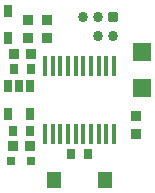
<source format=gts>
%TF.GenerationSoftware,KiCad,Pcbnew,9.0.0*%
%TF.CreationDate,2025-03-31T12:13:49+01:00*%
%TF.ProjectId,vm_light_sensor_0.2,766d5f6c-6967-4687-945f-73656e736f72,v0.2*%
%TF.SameCoordinates,PX510ff40PY47868c0*%
%TF.FileFunction,Soldermask,Top*%
%TF.FilePolarity,Negative*%
%FSLAX45Y45*%
G04 Gerber Fmt 4.5, Leading zero omitted, Abs format (unit mm)*
G04 Created by KiCad (PCBNEW 9.0.0) date 2025-03-31 12:13:49*
%MOMM*%
%LPD*%
G01*
G04 APERTURE LIST*
G04 Aperture macros list*
%AMRoundRect*
0 Rectangle with rounded corners*
0 $1 Rounding radius*
0 $2 $3 $4 $5 $6 $7 $8 $9 X,Y pos of 4 corners*
0 Add a 4 corners polygon primitive as box body*
4,1,4,$2,$3,$4,$5,$6,$7,$8,$9,$2,$3,0*
0 Add four circle primitives for the rounded corners*
1,1,$1+$1,$2,$3*
1,1,$1+$1,$4,$5*
1,1,$1+$1,$6,$7*
1,1,$1+$1,$8,$9*
0 Add four rect primitives between the rounded corners*
20,1,$1+$1,$2,$3,$4,$5,0*
20,1,$1+$1,$4,$5,$6,$7,0*
20,1,$1+$1,$6,$7,$8,$9,0*
20,1,$1+$1,$8,$9,$2,$3,0*%
G04 Aperture macros list end*
%ADD10RoundRect,0.172720X-0.259080X-0.259080X0.259080X-0.259080X0.259080X0.259080X-0.259080X0.259080X0*%
%ADD11C,0.863600*%
%ADD12R,0.860000X0.810000*%
%ADD13R,0.700000X1.000000*%
%ADD14R,0.800000X0.800000*%
%ADD15R,0.800000X0.900000*%
%ADD16O,0.360000X1.740000*%
%ADD17R,1.230000X1.360000*%
%ADD18R,1.620000X1.490000*%
%ADD19R,0.810000X0.860000*%
%ADD20R,0.750000X1.000000*%
G04 APERTURE END LIST*
D10*
%TO.C,J1*%
X287500Y700000D03*
D11*
X287500Y542520D03*
X160500Y700000D03*
X160500Y542520D03*
X33500Y700000D03*
%TD*%
D12*
%TO.C,R7*%
X-270000Y525000D03*
X-270000Y675000D03*
%TD*%
D13*
%TO.C,U2*%
X-415000Y120000D03*
X-510000Y120000D03*
X-605000Y120000D03*
X-605000Y-120000D03*
X-415000Y-120000D03*
%TD*%
D14*
%TO.C,D1*%
X-405000Y-520000D03*
X-575000Y-520000D03*
%TD*%
D12*
%TO.C,R6*%
X-430000Y525000D03*
X-430000Y675000D03*
%TD*%
D15*
%TO.C,C3*%
X-420000Y-260000D03*
X-560000Y-260000D03*
%TD*%
D16*
%TO.C,U1*%
X-291000Y-287000D03*
X-226000Y-287000D03*
X-161000Y-287000D03*
X-96000Y-287000D03*
X-30000Y-287000D03*
X35000Y-287000D03*
X100000Y-287000D03*
X165000Y-287000D03*
X230000Y-287000D03*
X295000Y-287000D03*
X295000Y287000D03*
X230000Y287000D03*
X165000Y287000D03*
X100000Y287000D03*
X35000Y287000D03*
X-30000Y287000D03*
X-96000Y287000D03*
X-161000Y287000D03*
X-226000Y287000D03*
X-291000Y287000D03*
%TD*%
D17*
%TO.C,SW1*%
X220000Y-680000D03*
X-216000Y-680000D03*
%TD*%
D18*
%TO.C,Q1*%
X528000Y403000D03*
X528000Y105000D03*
%TD*%
D19*
%TO.C,R5*%
X-405000Y390000D03*
X-555000Y390000D03*
%TD*%
D12*
%TO.C,R2*%
X483290Y-285000D03*
X483290Y-135000D03*
%TD*%
D15*
%TO.C,C1*%
X-70000Y-460000D03*
X70000Y-460000D03*
%TD*%
%TO.C,C2*%
X-410000Y260000D03*
X-550000Y260000D03*
%TD*%
D19*
%TO.C,R1*%
X-415000Y-390000D03*
X-565000Y-390000D03*
%TD*%
D20*
%TO.C,D2*%
X-600000Y757000D03*
X-600000Y523000D03*
%TD*%
M02*

</source>
